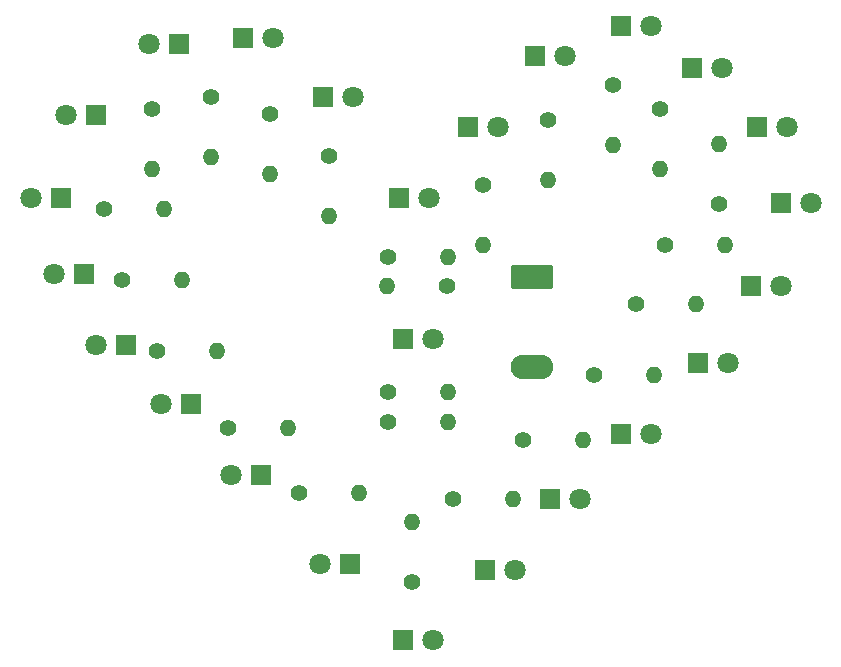
<source format=gbr>
%TF.GenerationSoftware,KiCad,Pcbnew,8.0.5*%
%TF.CreationDate,2025-01-04T18:37:31+03:00*%
%TF.ProjectId,Love_LEDs,4c6f7665-5f4c-4454-9473-2e6b69636164,rev?*%
%TF.SameCoordinates,Original*%
%TF.FileFunction,Soldermask,Bot*%
%TF.FilePolarity,Negative*%
%FSLAX46Y46*%
G04 Gerber Fmt 4.6, Leading zero omitted, Abs format (unit mm)*
G04 Created by KiCad (PCBNEW 8.0.5) date 2025-01-04 18:37:31*
%MOMM*%
%LPD*%
G01*
G04 APERTURE LIST*
G04 Aperture macros list*
%AMRoundRect*
0 Rectangle with rounded corners*
0 $1 Rounding radius*
0 $2 $3 $4 $5 $6 $7 $8 $9 X,Y pos of 4 corners*
0 Add a 4 corners polygon primitive as box body*
4,1,4,$2,$3,$4,$5,$6,$7,$8,$9,$2,$3,0*
0 Add four circle primitives for the rounded corners*
1,1,$1+$1,$2,$3*
1,1,$1+$1,$4,$5*
1,1,$1+$1,$6,$7*
1,1,$1+$1,$8,$9*
0 Add four rect primitives between the rounded corners*
20,1,$1+$1,$2,$3,$4,$5,0*
20,1,$1+$1,$4,$5,$6,$7,0*
20,1,$1+$1,$6,$7,$8,$9,0*
20,1,$1+$1,$8,$9,$2,$3,0*%
G04 Aperture macros list end*
%ADD10C,1.400000*%
%ADD11O,1.400000X1.400000*%
%ADD12R,1.800000X1.800000*%
%ADD13C,1.800000*%
%ADD14RoundRect,0.250001X-1.549999X0.799999X-1.549999X-0.799999X1.549999X-0.799999X1.549999X0.799999X0*%
%ADD15O,3.600000X2.100000*%
G04 APERTURE END LIST*
D10*
%TO.C,R24*%
X151000000Y-84960000D03*
D11*
X151000000Y-90040000D03*
%TD*%
D10*
%TO.C,R23*%
X142960000Y-91000000D03*
D11*
X148040000Y-91000000D03*
%TD*%
D10*
%TO.C,R22*%
X156500000Y-79460000D03*
D11*
X156500000Y-84540000D03*
%TD*%
D10*
%TO.C,R21*%
X162000000Y-76460000D03*
D11*
X162000000Y-81540000D03*
%TD*%
D10*
%TO.C,R20*%
X166000000Y-78460000D03*
D11*
X166000000Y-83540000D03*
%TD*%
D10*
%TO.C,R19*%
X171000000Y-86540000D03*
D11*
X171000000Y-81460000D03*
%TD*%
D10*
%TO.C,R18*%
X148000000Y-93500000D03*
D11*
X142920000Y-93500000D03*
%TD*%
D10*
%TO.C,R17*%
X166460000Y-90000000D03*
D11*
X171540000Y-90000000D03*
%TD*%
D10*
%TO.C,R16*%
X163960000Y-95000000D03*
D11*
X169040000Y-95000000D03*
%TD*%
D10*
%TO.C,R15*%
X160460000Y-101000000D03*
D11*
X165540000Y-101000000D03*
%TD*%
D10*
%TO.C,R14*%
X154460000Y-106500000D03*
D11*
X159540000Y-106500000D03*
%TD*%
D10*
%TO.C,R13*%
X148460000Y-111500000D03*
D11*
X153540000Y-111500000D03*
%TD*%
D10*
%TO.C,R12*%
X142960000Y-102500000D03*
D11*
X148040000Y-102500000D03*
%TD*%
D10*
%TO.C,R11*%
X145000000Y-118540000D03*
D11*
X145000000Y-113460000D03*
%TD*%
D10*
%TO.C,R10*%
X142960000Y-105000000D03*
D11*
X148040000Y-105000000D03*
%TD*%
D10*
%TO.C,R9*%
X135460000Y-111000000D03*
D11*
X140540000Y-111000000D03*
%TD*%
D10*
%TO.C,R8*%
X129460000Y-105500000D03*
D11*
X134540000Y-105500000D03*
%TD*%
D10*
%TO.C,R7*%
X123460000Y-99000000D03*
D11*
X128540000Y-99000000D03*
%TD*%
D10*
%TO.C,R6*%
X120460000Y-93000000D03*
D11*
X125540000Y-93000000D03*
%TD*%
D10*
%TO.C,R5*%
X118920000Y-87000000D03*
D11*
X124000000Y-87000000D03*
%TD*%
D10*
%TO.C,R4*%
X123000000Y-78460000D03*
D11*
X123000000Y-83540000D03*
%TD*%
D10*
%TO.C,R3*%
X128000000Y-77500000D03*
D11*
X128000000Y-82580000D03*
%TD*%
D10*
%TO.C,R2*%
X133000000Y-78960000D03*
D11*
X133000000Y-84040000D03*
%TD*%
%TO.C,R1*%
X138000000Y-87540000D03*
D10*
X138000000Y-82460000D03*
%TD*%
D12*
%TO.C,D24*%
X149725000Y-80000000D03*
D13*
X152265000Y-80000000D03*
%TD*%
D12*
%TO.C,D23*%
X143960000Y-86000000D03*
D13*
X146500000Y-86000000D03*
%TD*%
D12*
%TO.C,D22*%
X155460000Y-74000000D03*
D13*
X158000000Y-74000000D03*
%TD*%
D12*
%TO.C,D21*%
X162725000Y-71500000D03*
D13*
X165265000Y-71500000D03*
%TD*%
D12*
%TO.C,D20*%
X168725000Y-75000000D03*
D13*
X171265000Y-75000000D03*
%TD*%
D12*
%TO.C,D19*%
X174225000Y-80000000D03*
D13*
X176765000Y-80000000D03*
%TD*%
D12*
%TO.C,D18*%
X176225000Y-86500000D03*
D13*
X178765000Y-86500000D03*
%TD*%
D12*
%TO.C,D17*%
X173725000Y-93500000D03*
D13*
X176265000Y-93500000D03*
%TD*%
D12*
%TO.C,D16*%
X169225000Y-100000000D03*
D13*
X171765000Y-100000000D03*
%TD*%
D12*
%TO.C,D15*%
X162725000Y-106000000D03*
D13*
X165265000Y-106000000D03*
%TD*%
D12*
%TO.C,D14*%
X156725000Y-111500000D03*
D13*
X159265000Y-111500000D03*
%TD*%
D12*
%TO.C,D13*%
X151225000Y-117500000D03*
D13*
X153765000Y-117500000D03*
%TD*%
D12*
%TO.C,D12*%
X144225000Y-98000000D03*
D13*
X146765000Y-98000000D03*
%TD*%
D12*
%TO.C,D11*%
X144225000Y-123500000D03*
D13*
X146765000Y-123500000D03*
%TD*%
D12*
%TO.C,D10*%
X139775000Y-117000000D03*
D13*
X137235000Y-117000000D03*
%TD*%
D12*
%TO.C,D9*%
X132275000Y-109500000D03*
D13*
X129735000Y-109500000D03*
%TD*%
D12*
%TO.C,D8*%
X126275000Y-103500000D03*
D13*
X123735000Y-103500000D03*
%TD*%
D12*
%TO.C,D7*%
X120775000Y-98500000D03*
D13*
X118235000Y-98500000D03*
%TD*%
D12*
%TO.C,D6*%
X117275000Y-92500000D03*
D13*
X114735000Y-92500000D03*
%TD*%
D12*
%TO.C,D5*%
X115275000Y-86000000D03*
D13*
X112735000Y-86000000D03*
%TD*%
D12*
%TO.C,D4*%
X118275000Y-79000000D03*
D13*
X115735000Y-79000000D03*
%TD*%
D12*
%TO.C,D3*%
X125275000Y-73000000D03*
D13*
X122735000Y-73000000D03*
%TD*%
D12*
%TO.C,D2*%
X130725000Y-72500000D03*
D13*
X133265000Y-72500000D03*
%TD*%
D12*
%TO.C,D1*%
X137460000Y-77500000D03*
D13*
X140000000Y-77500000D03*
%TD*%
D14*
%TO.C,J1*%
X155222500Y-92690000D03*
D15*
X155222500Y-100310000D03*
%TD*%
M02*

</source>
